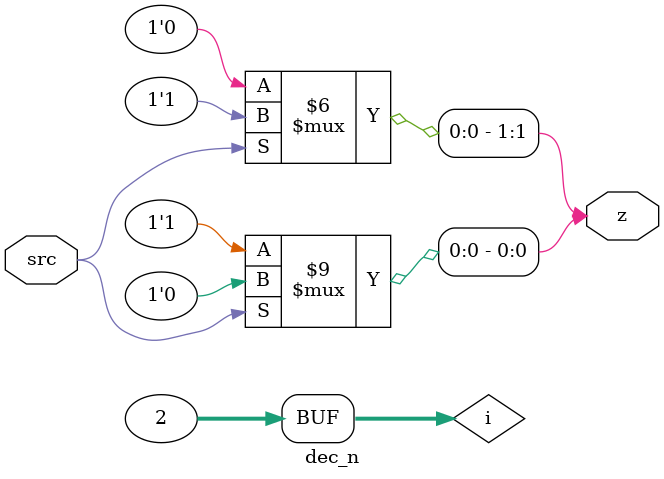
<source format=v>
module dec_n (src , z);
  parameter n = 1;
  input [n-1:0] src;
  output reg [((2**n)-1):0] z;
  integer i;
  
  always @(src)
      begin
        for (i = 0; i < 2**n; i = i+1) begin
            if (src == i) z[i] <= 1'b1;
            else z[i] <= 1'b0;
            // $display ("src is %d z is %d and i is %d" ,src , z , i);
          end
      end
endmodule
  
  
  

</source>
